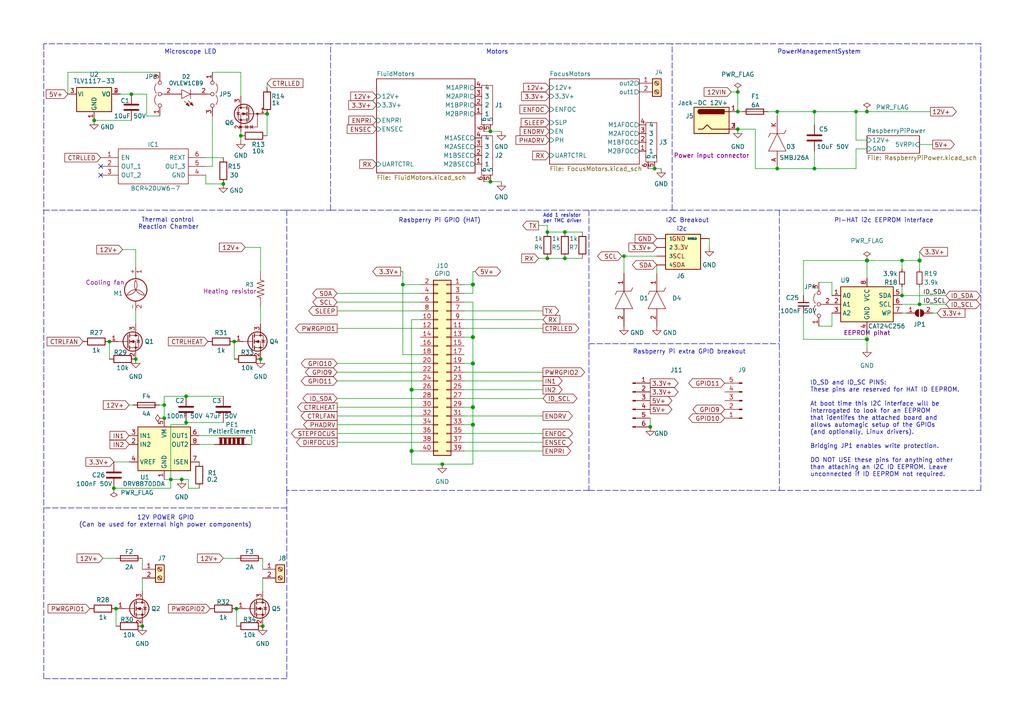
<source format=kicad_sch>
(kicad_sch (version 20211123) (generator eeschema)
  (paper "A4")
  (title_block (title "Rastaban-HAT") (date "2022-12-07") (rev "1.5") (company "HAN") (comment 1 "Casper R. Tak"))
  (junction (at 225.425 48.895))
  (junction (at 68.58 176.53))
  (junction (at 213.995 32.385))
  (junction (at 225.425 32.385))
  (junction (at 77.47 33.02))
  (junction (at 33.655 176.53))
  (junction (at 47.625 121.285))
  (junction (at 47.625 117.475))
  (junction (at 142.24 38.1))
  (junction (at 248.285 32.385))
  (junction (at 119.38 130.81) (diameter 1.016))
  (junction (at 236.22 32.385))
  (junction (at 67.945 99.06))
  (junction (at 116.84 82.55))
  (junction (at 266.7 75.565) (diameter 1.016))
  (junction (at 158.75 74.93))
  (junction (at 266.7 88.265))
  (junction (at 163.83 74.93))
  (junction (at 189.865 48.895))
  (junction (at 27.305 34.925))
  (junction (at 76.2 181.61))
  (junction (at 261.62 75.565))
  (junction (at 41.275 181.61))
  (junction (at 188.595 123.825))
  (junction (at 75.565 104.14))
  (junction (at 261.62 85.725))
  (junction (at 213.995 26.67))
  (junction (at 180.975 74.295))
  (junction (at 39.37 104.14))
  (junction (at 137.16 118.11) (diameter 1.016))
  (junction (at 128.27 134.62))
  (junction (at 38.1 27.305))
  (junction (at 53.975 122.555))
  (junction (at 251.46 75.565) (diameter 1.016))
  (junction (at 142.24 52.705))
  (junction (at 31.75 99.06))
  (junction (at 49.53 139.065))
  (junction (at 163.83 67.31))
  (junction (at 64.77 53.34))
  (junction (at 33.02 141.605))
  (junction (at 52.705 139.065))
  (junction (at 251.46 32.385))
  (junction (at 137.16 123.19) (diameter 1.016))
  (junction (at 137.16 97.79) (diameter 1.016))
  (junction (at 69.85 39.37))
  (junction (at 137.16 82.55) (diameter 1.016))
  (junction (at 119.38 113.03) (diameter 1.016))
  (junction (at 53.975 114.935))
  (junction (at 158.75 67.31))
  (junction (at 236.22 48.895))
  (junction (at 251.46 98.425) (diameter 1.016))
  (junction (at 213.995 37.465))
  (junction (at 137.16 105.41) (diameter 1.016))
  (no_connect (at 29.21 50.8))
  (no_connect (at 29.21 48.26))
  (wire (pts (xy 119.38 130.81) (xy 121.92 130.81)))
  (wire (pts (xy 39.37 72.39) (xy 39.37 77.47)))
  (wire (pts (xy 233.045 98.425) (xy 251.46 98.425)))
  (wire (pts (xy 59.69 50.8) (xy 59.69 53.34)))
  (wire (pts (xy 121.92 95.25) (xy 97.79 95.25)))
  (wire (pts (xy 137.16 87.63) (xy 137.16 97.79)))
  (wire (pts (xy 266.7 88.265) (xy 274.32 88.265)))
  (wire (pts (xy 73.025 126.365) (xy 57.785 126.365)))
  (wire (pts (xy 266.7 41.91) (xy 270.51 41.91)))
  (wire (pts (xy 137.16 123.19) (xy 137.16 134.62)))
  (wire (pts (xy 137.16 97.79) (xy 134.62 97.79)))
  (wire (pts (xy 213.995 37.465) (xy 219.075 37.465)))
  (wire (pts (xy 53.975 123.19) (xy 49.53 123.19)))
  (wire (pts (xy 47.625 114.935) (xy 53.975 114.935)))
  (polyline (pts (xy 95.885 60.96) (xy 194.945 60.96)))
  (wire (pts (xy 187.96 48.895) (xy 189.865 48.895)))
  (wire (pts (xy 128.27 134.62) (xy 137.16 134.62)))
  (polyline (pts (xy 170.815 142.24) (xy 226.06 142.24)))
  (wire (pts (xy 29.845 161.925) (xy 33.655 161.925)))
  (wire (pts (xy 261.62 75.565) (xy 261.62 78.105)))
  (wire (pts (xy 137.16 78.74) (xy 137.16 82.55)))
  (wire (pts (xy 261.62 88.265) (xy 266.7 88.265)))
  (wire (pts (xy 156.21 65.405) (xy 158.75 65.405)))
  (wire (pts (xy 248.285 32.385) (xy 251.46 32.385)))
  (wire (pts (xy 57.785 128.905) (xy 62.23 128.905)))
  (wire (pts (xy 97.79 107.95) (xy 121.92 107.95)))
  (wire (pts (xy 77.47 33.02) (xy 77.47 39.37)))
  (wire (pts (xy 237.49 81.915) (xy 241.3 81.915)))
  (wire (pts (xy 61.595 33.655) (xy 61.595 48.26)))
  (wire (pts (xy 156.21 74.93) (xy 158.75 74.93)))
  (wire (pts (xy 140.335 38.1) (xy 142.24 38.1)))
  (wire (pts (xy 121.92 105.41) (xy 97.79 105.41)))
  (wire (pts (xy 189.865 48.895) (xy 191.77 48.895)))
  (wire (pts (xy 121.92 123.19) (xy 97.79 123.19)))
  (polyline (pts (xy 226.06 142.24) (xy 284.48 142.24)))
  (wire (pts (xy 137.16 123.19) (xy 134.62 123.19)))
  (wire (pts (xy 77.47 24.13) (xy 77.47 25.4)))
  (wire (pts (xy 19.685 20.955) (xy 19.685 27.305)))
  (wire (pts (xy 137.16 118.11) (xy 134.62 118.11)))
  (wire (pts (xy 72.39 128.905) (xy 73.025 128.905)))
  (wire (pts (xy 251.46 75.565) (xy 251.46 80.645)))
  (wire (pts (xy 75.565 88.9) (xy 75.565 93.98)))
  (wire (pts (xy 134.62 107.95) (xy 157.48 107.95)))
  (wire (pts (xy 97.79 128.27) (xy 121.92 128.27)))
  (wire (pts (xy 163.83 74.93) (xy 168.91 74.93)))
  (wire (pts (xy 116.84 82.55) (xy 121.92 82.55)))
  (wire (pts (xy 137.16 105.41) (xy 137.16 118.11)))
  (polyline (pts (xy 83.185 142.24) (xy 83.185 196.85)))
  (polyline (pts (xy 194.945 60.96) (xy 284.48 60.96)))
  (wire (pts (xy 188.595 121.285) (xy 188.595 123.825)))
  (wire (pts (xy 137.16 82.55) (xy 134.62 82.55)))
  (wire (pts (xy 137.16 87.63) (xy 134.62 87.63)))
  (wire (pts (xy 46.228 117.475) (xy 47.625 117.475)))
  (polyline (pts (xy 95.885 60.96) (xy 95.885 12.7)))
  (wire (pts (xy 52.705 139.065) (xy 49.53 139.065)))
  (wire (pts (xy 241.3 90.805) (xy 241.3 94.615)))
  (wire (pts (xy 97.79 118.11) (xy 121.92 118.11)))
  (wire (pts (xy 190.5 76.835) (xy 190.5 79.375)))
  (wire (pts (xy 97.79 125.73) (xy 121.92 125.73)))
  (polyline (pts (xy 83.185 60.96) (xy 95.885 60.96)))
  (wire (pts (xy 251.46 98.425) (xy 251.46 100.965)))
  (wire (pts (xy 134.62 120.65) (xy 157.48 120.65)))
  (wire (pts (xy 52.705 139.065) (xy 54.61 139.065)))
  (wire (pts (xy 97.79 110.49) (xy 121.92 110.49)))
  (wire (pts (xy 137.16 118.11) (xy 137.16 123.19)))
  (polyline (pts (xy 170.815 72.39) (xy 170.815 99.695)))
  (wire (pts (xy 137.16 78.74) (xy 137.795 78.74)))
  (wire (pts (xy 248.285 43.18) (xy 251.46 43.18)))
  (polyline (pts (xy 226.06 60.96) (xy 226.06 72.39)))
  (wire (pts (xy 54.61 141.605) (xy 57.785 141.605)))
  (polyline (pts (xy 170.815 99.695) (xy 226.06 99.695)))
  (wire (pts (xy 251.46 95.885) (xy 251.46 98.425)))
  (wire (pts (xy 134.62 125.73) (xy 157.48 125.73)))
  (wire (pts (xy 163.83 67.31) (xy 168.91 67.31)))
  (polyline (pts (xy 170.815 60.96) (xy 170.815 72.39)))
  (wire (pts (xy 180.34 74.295) (xy 180.975 74.295)))
  (wire (pts (xy 134.62 90.17) (xy 157.48 90.17)))
  (wire (pts (xy 119.38 92.71) (xy 119.38 113.03)))
  (wire (pts (xy 180.975 74.295) (xy 180.975 79.375)))
  (wire (pts (xy 236.22 43.815) (xy 236.22 48.895)))
  (wire (pts (xy 116.84 78.74) (xy 116.84 82.55)))
  (wire (pts (xy 71.12 71.755) (xy 75.565 71.755)))
  (wire (pts (xy 69.85 38.1) (xy 69.85 39.37)))
  (wire (pts (xy 236.22 32.385) (xy 248.285 32.385)))
  (wire (pts (xy 241.3 81.915) (xy 241.3 85.725)))
  (wire (pts (xy 49.53 141.605) (xy 49.53 139.065)))
  (wire (pts (xy 47.625 139.065) (xy 49.53 139.065)))
  (wire (pts (xy 37.465 117.475) (xy 38.608 117.475)))
  (wire (pts (xy 266.7 73.025) (xy 266.7 75.565)))
  (wire (pts (xy 134.62 115.57) (xy 157.48 115.57)))
  (wire (pts (xy 97.79 90.17) (xy 121.92 90.17)))
  (wire (pts (xy 261.62 90.805) (xy 262.89 90.805)))
  (polyline (pts (xy 170.815 142.24) (xy 83.185 142.24)))
  (wire (pts (xy 116.84 82.55) (xy 116.84 102.87)))
  (wire (pts (xy 49.53 123.19) (xy 49.53 139.065)))
  (polyline (pts (xy 83.185 196.85) (xy 12.7 196.85)))
  (wire (pts (xy 121.92 115.57) (xy 97.79 115.57)))
  (wire (pts (xy 140.335 52.705) (xy 142.24 52.705)))
  (wire (pts (xy 236.22 36.195) (xy 236.22 32.385)))
  (wire (pts (xy 119.38 130.81) (xy 119.38 134.62)))
  (polyline (pts (xy 83.185 60.96) (xy 83.185 142.24)))
  (wire (pts (xy 213.995 32.385) (xy 213.995 26.67)))
  (wire (pts (xy 46.355 33.655) (xy 42.545 33.655)))
  (wire (pts (xy 158.75 74.93) (xy 163.83 74.93)))
  (wire (pts (xy 225.425 32.385) (xy 236.22 32.385)))
  (wire (pts (xy 121.92 85.09) (xy 97.79 85.09)))
  (wire (pts (xy 59.69 53.34) (xy 64.77 53.34)))
  (wire (pts (xy 134.62 113.03) (xy 157.48 113.03)))
  (polyline (pts (xy 82.55 60.96) (xy 82.55 60.96)))
  (wire (pts (xy 158.75 65.405) (xy 158.75 67.31)))
  (wire (pts (xy 261.62 83.185) (xy 261.62 85.725)))
  (wire (pts (xy 53.975 114.935) (xy 64.77 114.935)))
  (polyline (pts (xy 194.945 12.7) (xy 95.885 12.7)))
  (wire (pts (xy 119.38 92.71) (xy 121.92 92.71)))
  (wire (pts (xy 251.46 40.64) (xy 248.285 40.64)))
  (wire (pts (xy 47.625 117.475) (xy 47.625 121.285)))
  (wire (pts (xy 39.37 90.17) (xy 39.37 93.98)))
  (polyline (pts (xy 170.815 99.695) (xy 170.815 142.24)))
  (wire (pts (xy 33.02 141.605) (xy 49.53 141.605)))
  (wire (pts (xy 116.84 102.87) (xy 121.92 102.87)))
  (wire (pts (xy 31.75 99.06) (xy 31.75 104.14)))
  (wire (pts (xy 142.24 38.1) (xy 145.415 38.1)))
  (wire (pts (xy 27.305 34.925) (xy 38.1 34.925)))
  (wire (pts (xy 73.025 128.905) (xy 73.025 126.365)))
  (wire (pts (xy 116.205 78.74) (xy 116.84 78.74)))
  (wire (pts (xy 134.62 128.27) (xy 157.48 128.27)))
  (wire (pts (xy 142.24 52.705) (xy 145.415 52.705)))
  (wire (pts (xy 34.925 27.305) (xy 38.1 27.305)))
  (wire (pts (xy 205.74 69.215) (xy 205.74 71.755)))
  (wire (pts (xy 59.69 45.72) (xy 64.77 45.72)))
  (wire (pts (xy 64.77 161.925) (xy 68.58 161.925)))
  (wire (pts (xy 53.975 122.555) (xy 64.77 122.555)))
  (wire (pts (xy 59.69 48.26) (xy 61.595 48.26)))
  (wire (pts (xy 41.275 167.64) (xy 41.275 171.45)))
  (polyline (pts (xy 95.885 12.7) (xy 12.7 12.7)))
  (wire (pts (xy 137.16 82.55) (xy 137.16 85.09)))
  (wire (pts (xy 47.625 117.475) (xy 47.625 114.935)))
  (wire (pts (xy 33.655 176.53) (xy 33.655 181.61)))
  (wire (pts (xy 97.79 120.65) (xy 121.92 120.65)))
  (wire (pts (xy 270.51 90.805) (xy 271.78 90.805)))
  (wire (pts (xy 134.62 95.25) (xy 157.48 95.25)))
  (polyline (pts (xy 284.48 12.7) (xy 194.945 12.7)))
  (wire (pts (xy 225.425 32.385) (xy 225.425 33.655)))
  (wire (pts (xy 33.02 133.985) (xy 37.465 133.985)))
  (wire (pts (xy 67.945 99.06) (xy 67.945 104.14)))
  (wire (pts (xy 41.275 161.925) (xy 41.275 165.1)))
  (wire (pts (xy 53.975 122.555) (xy 53.975 123.19)))
  (wire (pts (xy 233.045 90.805) (xy 233.045 98.425)))
  (wire (pts (xy 213.995 32.385) (xy 215.138 32.385)))
  (wire (pts (xy 134.62 92.71) (xy 157.48 92.71)))
  (wire (pts (xy 61.595 20.955) (xy 69.85 20.955)))
  (wire (pts (xy 158.75 67.31) (xy 163.83 67.31)))
  (wire (pts (xy 219.075 37.465) (xy 219.075 48.895)))
  (wire (pts (xy 97.79 87.63) (xy 121.92 87.63)))
  (wire (pts (xy 266.7 78.105) (xy 266.7 75.565)))
  (wire (pts (xy 76.2 161.925) (xy 76.2 165.1)))
  (wire (pts (xy 261.62 75.565) (xy 266.7 75.565)))
  (wire (pts (xy 248.285 32.385) (xy 248.285 40.64)))
  (wire (pts (xy 119.38 113.03) (xy 121.92 113.03)))
  (wire (pts (xy 134.62 110.49) (xy 157.48 110.49)))
  (wire (pts (xy 76.2 167.64) (xy 76.2 171.45)))
  (polyline (pts (xy 194.945 60.96) (xy 194.945 12.7)))
  (polyline (pts (xy 12.7 142.24) (xy 12.7 60.96)))
  (wire (pts (xy 134.62 130.81) (xy 157.48 130.81)))
  (polyline (pts (xy 284.48 142.24) (xy 284.48 60.96)))
  (wire (pts (xy 69.85 20.955) (xy 69.85 27.94)))
  (wire (pts (xy 233.045 75.565) (xy 251.46 75.565)))
  (wire (pts (xy 137.16 105.41) (xy 134.62 105.41)))
  (wire (pts (xy 119.38 134.62) (xy 128.27 134.62)))
  (wire (pts (xy 251.46 32.385) (xy 269.875 32.385)))
  (wire (pts (xy 68.58 176.53) (xy 68.58 181.61)))
  (wire (pts (xy 213.995 26.67) (xy 212.09 26.67)))
  (wire (pts (xy 219.075 48.895) (xy 225.425 48.895)))
  (wire (pts (xy 137.16 97.79) (xy 137.16 105.41)))
  (wire (pts (xy 233.045 75.565) (xy 233.045 85.725)))
  (wire (pts (xy 236.22 48.895) (xy 248.285 48.895)))
  (polyline (pts (xy 12.7 12.7) (xy 12.7 60.96)))
  (polyline (pts (xy 284.48 60.96) (xy 284.48 12.7)))
  (wire (pts (xy 119.38 113.03) (xy 119.38 130.81)))
  (wire (pts (xy 241.3 94.615) (xy 237.49 94.615)))
  (wire (pts (xy 69.85 39.37) (xy 69.85 40.64)))
  (wire (pts (xy 266.7 83.185) (xy 266.7 88.265)))
  (wire (pts (xy 248.285 43.18) (xy 248.285 48.895)))
  (wire (pts (xy 75.565 71.755) (xy 75.565 78.74)))
  (wire (pts (xy 261.62 85.725) (xy 274.32 85.725)))
  (wire (pts (xy 42.545 33.655) (xy 42.545 27.305)))
  (polyline (pts (xy 226.06 72.39) (xy 226.06 142.24)))
  (polyline (pts (xy 83.185 147.32) (xy 12.7 147.32)))
  (wire (pts (xy 137.16 85.09) (xy 134.62 85.09)))
  (polyline (pts (xy 12.7 196.85) (xy 12.7 142.24)))
  (wire (pts (xy 180.975 74.295) (xy 190.5 74.295)))
  (wire (pts (xy 54.61 139.065) (xy 54.61 141.605)))
  (wire (pts (xy 225.425 48.895) (xy 236.22 48.895)))
  (wire (pts (xy 35.56 72.39) (xy 39.37 72.39)))
  (wire (pts (xy 222.758 32.385) (xy 225.425 32.385)))
  (wire (pts (xy 38.1 27.305) (xy 42.545 27.305)))
  (polyline (pts (xy 12.7 60.96) (xy 83.185 60.96)))
  (wire (pts (xy 251.46 75.565) (xy 261.62 75.565)))
  (wire (pts (xy 46.355 20.955) (xy 19.685 20.955)))
  (text "ID_SD and ID_SC PINS:\nThese pins are reserved for HAT ID EEPROM.\n\nAt boot time this I2C interface will be\ninterrogated to look for an EEPROM\nthat identifes the attached board and\nallows automagic setup of the GPIOs\n(and optionally, Linux drivers).\n\nBridging JP1 enables write protection.\n\nDO NOT USE these pins for anything other\nthan attaching an I2C ID EEPROM. Leave\nunconnected if ID EEPROM not required." (at 234.95 138.43 0) (effects (font (size 1.27 1.27)) (justify left bottom)))
  (text "Add 1 resistor \nper TMC driver" (at 157.48 64.77 0) (effects (font (size 1 1)) (justify left bottom)))
  (text "I2C Breakout\n" (at 193.04 64.77 0) (effects (font (size 1.27 1.27)) (justify left bottom)))
  (text "Microscope LED" (at 47.625 15.875 0) (effects (font (size 1.27 1.27)) (justify left bottom)))
  (text "Rasbperry Pi extra GPIO breakout\n" (at 183.515 102.87 0) (effects (font (size 1.27 1.27)) (justify left bottom)))
  (text "Motors" (at 140.97 15.875 0) (effects (font (size 1.27 1.27)) (justify left bottom)))
  (text " Thermal control\nReaction Chamber" (at 40.005 66.675 0) (effects (font (size 1.27 1.27)) (justify left bottom)))
  (text "			  12V POWER GPIO\n(Can be used for external high power components)" (at 22.86 153.035 0) (effects (font (size 1.27 1.27)) (justify left bottom)))
  (text "i2c" (at 196.215 67.31 0) (effects (font (size 1.27 1.27)) (justify left bottom)))
  (text "Rasbperry Pi GPIO (HAT)\n" (at 115.57 64.77 0) (effects (font (size 1.27 1.27)) (justify left bottom)))
  (text "PI-HAT i2c EEPROM interface" (at 241.935 64.77 0) (effects (font (size 1.27 1.27)) (justify left bottom)))
  (text "PowerManagementSystem" (at 225.425 15.875 0) (effects (font (size 1.27 1.27)) (justify left bottom)))
  (label "ID_SDA" (at 274.32 85.725 180))
  (label "ID_SCL" (at 274.32 88.265 180))
  (global_label "SLEEP" (shape output) (at 97.79 90.17 180) (property "Intersheet References" "${INTERSHEET_REFS}" (effects hide)))
  (global_label "IN1" (shape output) (at 157.48 110.49 0) (property "Intersheet References" "${INTERSHEET_REFS}" (effects hide)))
  (global_label "GPIO9" (shape bidirectional) (at 210.185 118.745 180) (property "Intersheet References" "${INTERSHEET_REFS}" (effects hide)))
  (global_label "GND" (shape input) (at 190.5 69.215 180) (property "Intersheet References" "${INTERSHEET_REFS}" (effects hide)))
  (global_label "ENDRV" (shape input) (at 159.385 38.1 180) (property "Intersheet References" "${INTERSHEET_REFS}" (effects hide)))
  (global_label "IN2" (shape output) (at 157.48 113.03 0) (property "Intersheet References" "${INTERSHEET_REFS}" (effects hide)))
  (global_label "3.3V+" (shape input) (at 109.22 30.48 180) (property "Intersheet References" "${INTERSHEET_REFS}" (effects hide)))
  (global_label "SDA" (shape bidirectional) (at 190.5 76.835 180) (property "Intersheet References" "${INTERSHEET_REFS}" (effects hide)))
  (global_label "PHADRV" (shape output) (at 97.79 123.19 180) (property "Intersheet References" "${INTERSHEET_REFS}" (effects hide)))
  (global_label "5V+" (shape output) (at 188.595 116.205 0) (property "Intersheet References" "${INTERSHEET_REFS}" (effects hide)))
  (global_label "3.3V+" (shape input) (at 266.7 73.025 0) (property "Intersheet References" "${INTERSHEET_REFS}" (effects hide)))
  (global_label "3.3V+" (shape output) (at 188.595 111.125 0) (property "Intersheet References" "${INTERSHEET_REFS}" (effects hide)))
  (global_label "ID_SDA" (shape bidirectional) (at 274.32 85.725 0) (property "Intersheet References" "${INTERSHEET_REFS}" (effects hide)))
  (global_label "12V+" (shape input) (at 35.56 72.39 180) (property "Intersheet References" "${INTERSHEET_REFS}" (effects hide)))
  (global_label "IN1" (shape input) (at 37.465 126.365 180) (property "Intersheet References" "${INTERSHEET_REFS}" (effects hide)))
  (global_label "GPIO11" (shape bidirectional) (at 210.185 111.125 180) (property "Intersheet References" "${INTERSHEET_REFS}" (effects hide)))
  (global_label "12V+" (shape input) (at 159.385 25.4 180) (property "Intersheet References" "${INTERSHEET_REFS}" (effects hide)))
  (global_label "3.3V+" (shape output) (at 188.595 113.665 0) (property "Intersheet References" "${INTERSHEET_REFS}" (effects hide)))
  (global_label "5V+" (shape bidirectional) (at 137.795 78.74 0) (property "Intersheet References" "${INTERSHEET_REFS}" (effects hide)))
  (global_label "CTRLLED" (shape input) (at 77.47 24.13 0) (property "Intersheet References" "${INTERSHEET_REFS}" (effects hide)))
  (global_label "3.3V+" (shape input) (at 33.02 133.985 180) (property "Intersheet References" "${INTERSHEET_REFS}" (effects hide)))
  (global_label "IN2" (shape input) (at 37.465 128.905 180) (property "Intersheet References" "${INTERSHEET_REFS}" (effects hide)))
  (global_label "SCL" (shape bidirectional) (at 180.34 74.295 180) (property "Intersheet References" "${INTERSHEET_REFS}" (effects hide)))
  (global_label "ENPRI" (shape output) (at 157.48 130.81 0) (property "Intersheet References" "${INTERSHEET_REFS}" (effects hide)))
  (global_label "3.3V+" (shape output) (at 116.205 78.74 180) (property "Intersheet References" "${INTERSHEET_REFS}" (effects hide)))
  (global_label "5V+" (shape output) (at 270.51 41.91 0) (property "Intersheet References" "${INTERSHEET_REFS}" (effects hide)))
  (global_label "ENSEC" (shape input) (at 109.22 37.465 180) (property "Intersheet References" "${INTERSHEET_REFS}" (effects hide)))
  (global_label "5V+" (shape output) (at 188.595 118.745 0) (property "Intersheet References" "${INTERSHEET_REFS}" (effects hide)))
  (global_label "PWRGPIO1" (shape input) (at 26.035 176.53 180) (property "Intersheet References" "${INTERSHEET_REFS}" (effects hide)))
  (global_label "GPIO10" (shape bidirectional) (at 210.185 121.285 180) (property "Intersheet References" "${INTERSHEET_REFS}" (effects hide)))
  (global_label "3.3V+" (shape input) (at 159.385 27.94 180) (property "Intersheet References" "${INTERSHEET_REFS}" (effects hide)))
  (global_label "PWRGPIO2" (shape input) (at 60.96 176.53 180) (property "Intersheet References" "${INTERSHEET_REFS}" (effects hide)))
  (global_label "RX" (shape input) (at 157.48 92.71 0) (property "Intersheet References" "${INTERSHEET_REFS}" (effects hide)))
  (global_label "SDA" (shape bidirectional) (at 97.79 85.09 180) (property "Intersheet References" "${INTERSHEET_REFS}" (effects hide)))
  (global_label "ENFOC" (shape input) (at 159.385 31.75 180) (property "Intersheet References" "${INTERSHEET_REFS}" (effects hide)))
  (global_label "12V+" (shape input) (at 71.12 71.755 180) (property "Intersheet References" "${INTERSHEET_REFS}" (effects hide)))
  (global_label "ENPRI" (shape input) (at 109.22 34.925 180) (property "Intersheet References" "${INTERSHEET_REFS}" (effects hide)))
  (global_label "3.3V+" (shape input) (at 190.5 71.755 180) (property "Intersheet References" "${INTERSHEET_REFS}" (effects hide)))
  (global_label "12V+" (shape input) (at 29.845 161.925 180) (property "Intersheet References" "${INTERSHEET_REFS}" (effects hide)))
  (global_label "RX" (shape input) (at 109.22 47.625 180) (property "Intersheet References" "${INTERSHEET_REFS}" (effects hide)))
  (global_label "PHADRV" (shape input) (at 159.385 40.64 180) (property "Intersheet References" "${INTERSHEET_REFS}" (effects hide)))
  (global_label "ENSEC" (shape output) (at 157.48 128.27 0) (property "Intersheet References" "${INTERSHEET_REFS}" (effects hide)))
  (global_label "CTRLLED" (shape output) (at 157.48 95.25 0) (property "Intersheet References" "${INTERSHEET_REFS}" (effects hide)))
  (global_label "CTRLFAN" (shape input) (at 24.13 99.06 180) (property "Intersheet References" "${INTERSHEET_REFS}" (effects hide)))
  (global_label "5V+" (shape input) (at 19.685 27.305 180) (property "Intersheet References" "${INTERSHEET_REFS}" (effects hide)))
  (global_label "3.3V+" (shape input) (at 271.78 90.805 0) (property "Intersheet References" "${INTERSHEET_REFS}" (effects hide)))
  (global_label "ID_SCL" (shape bidirectional) (at 274.32 88.265 0) (property "Intersheet References" "${INTERSHEET_REFS}" (effects hide)))
  (global_label "12V+" (shape input) (at 64.77 161.925 180) (property "Intersheet References" "${INTERSHEET_REFS}" (effects hide)))
  (global_label "TX" (shape output) (at 157.48 90.17 0) (property "Intersheet References" "${INTERSHEET_REFS}" (effects hide)))
  (global_label "GPIO10" (shape bidirectional) (at 97.79 105.41 180) (property "Intersheet References" "${INTERSHEET_REFS}" (effects hide)))
  (global_label "SLEEP" (shape input) (at 159.385 35.56 180) (property "Intersheet References" "${INTERSHEET_REFS}" (effects hide)))
  (global_label "TX" (shape output) (at 156.21 65.405 180) (property "Intersheet References" "${INTERSHEET_REFS}" (effects hide)))
  (global_label "PWRGPIO2" (shape output) (at 157.48 107.95 0) (property "Intersheet References" "${INTERSHEET_REFS}" (effects hide)))
  (global_label "RX" (shape input) (at 159.385 45.085 180) (property "Intersheet References" "${INTERSHEET_REFS}" (effects hide)))
  (global_label "12V+" (shape output) (at 269.875 32.385 0) (property "Intersheet References" "${INTERSHEET_REFS}" (effects hide)))
  (global_label "ENFOC" (shape output) (at 157.48 125.73 0) (property "Intersheet References" "${INTERSHEET_REFS}" (effects hide)))
  (global_label "DIRFOCUS" (shape output) (at 97.79 128.27 180) (property "Intersheet References" "${INTERSHEET_REFS}" (effects hide)))
  (global_label "GPIO9" (shape bidirectional) (at 97.79 107.95 180) (property "Intersheet References" "${INTERSHEET_REFS}" (effects hide)))
  (global_label "CTRLHEAT" (shape output) (at 97.79 118.11 180) (property "Intersheet References" "${INTERSHEET_REFS}" (effects hide)))
  (global_label "ID_SCL" (shape bidirectional) (at 157.48 115.57 0) (property "Intersheet References" "${INTERSHEET_REFS}" (effects hide)))
  (global_label "12VIN" (shape input) (at 212.09 26.67 180) (property "Intersheet References" "${INTERSHEET_REFS}" (effects hide)))
  (global_label "CTRLFAN" (shape output) (at 97.79 120.65 180) (property "Intersheet References" "${INTERSHEET_REFS}" (effects hide)))
  (global_label "ID_SDA" (shape bidirectional) (at 97.79 115.57 180) (property "Intersheet References" "${INTERSHEET_REFS}" (effects hide)))
  (global_label "12V+" (shape input) (at 37.465 117.475 180) (property "Intersheet References" "${INTERSHEET_REFS}" (effects hide)))
  (global_label "RX" (shape input) (at 156.21 74.93 180) (property "Intersheet References" "${INTERSHEET_REFS}" (effects hide)))
  (global_label "GPIO11" (shape bidirectional) (at 97.79 110.49 180) (property "Intersheet References" "${INTERSHEET_REFS}" (effects hide)))
  (global_label "PWRGPIO1" (shape output) (at 97.79 95.25 180) (property "Intersheet References" "${INTERSHEET_REFS}" (effects hide)))
  (global_label "SCL" (shape bidirectional) (at 97.79 87.63 180) (property "Intersheet References" "${INTERSHEET_REFS}" (effects hide)))
  (global_label "CTRLLED" (shape input) (at 29.21 45.72 180) (property "Intersheet References" "${INTERSHEET_REFS}" (effects hide)))
  (global_label "STEPFOCUS" (shape output) (at 97.79 125.73 180) (property "Intersheet References" "${INTERSHEET_REFS}" (effects hide)))
  (global_label "CTRLHEAT" (shape input) (at 60.325 99.06 180) (property "Intersheet References" "${INTERSHEET_REFS}" (effects hide)))
  (global_label "ENDRV" (shape output) (at 157.48 120.65 0) (property "Intersheet References" "${INTERSHEET_REFS}" (effects hide)))
  (global_label "12V+" (shape input) (at 109.22 27.94 180) (property "Intersheet References" "${INTERSHEET_REFS}" (effects hide)))
  (symbol (lib_id "Connector:Screw_Terminal_01x02") (at 46.355 165.1 0) (unit 1)
    (property "Reference" "J7" (at 45.72 161.925 0) (effects (justify left)))
    (property "Value" "Screw_Terminal_01x02" (effects hide))
    (property "Footprint" "SamacSys_Parts:1808190" (effects hide))
    (property "Datasheet" "https://www.phoenixcontact.com/en-us/products/pcb-header-ptsm-05-2-hh0-25-smd-r32-1808190?type=pdf" (effects hide))
    (property "Purpose" "Terminal" (effects hide))
    (property "Mouser" "651-1808190" (effects hide))
  )
  (symbol (lib_id "Device:C") (at 64.77 118.745 180) (unit 1)
    (property "Reference" "C3" (at 62.865 116.205 0))
    (property "Value" "47uF 50V" (at 64.135 120.65 0))
    (property "Footprint" "Capacitor_SMD:CP_Elec_6.3x5.4" (effects hide))
    (property "Manufacturer_Part_Number" "C2918513" (effects hide))
    (property "LCSC" "C72522" (effects hide))
    (property "Purpose" "decoupling" (effects hide))
  )
  (symbol (lib_id "power:GND") (at 39.37 104.14 0) (unit 1)
    (property "Reference" "#PWR03" (effects hide))
    (property "Value" "GND" (at 39.37 109.22 0))
  )
  (symbol (lib_id "power:PWR_FLAG") (at 47.625 121.285 90) (unit 1)
    (property "Reference" "#FLG0107" (effects hide))
    (property "Value" "PWR_FLAG" (effects hide))
  )
  (symbol (lib_id "Device:Fuse") (at 37.465 161.925 90) (unit 1)
    (property "Reference" "F2" (at 37.465 160.02 90))
    (property "Value" "2A" (at 37.465 164.465 90))
    (property "Footprint" "Fuse:Fuse_1206_3216Metric_Pad1.42x1.75mm_HandSolder" (effects hide))
    (property "LCSC" "C355689" (effects hide))
  )
  (symbol (lib_id "Device:R") (at 77.47 29.21 180) (unit 1)
    (property "Reference" "R14" (at 80.645 27.94 0))
    (property "Value" "1k" (at 80.01 29.845 0))
    (property "Footprint" "Resistor_SMD:R_0805_2012Metric_Pad1.20x1.40mm_HandSolder" (effects hide))
    (property "Purpose" "to prevent current surge (ESD)" (effects hide))
    (property "LCSC" "C17414" (effects hide))
  )
  (symbol (lib_id "power:PWR_FLAG") (at 251.46 75.565 0) (unit 1)
    (property "Reference" "#FLG0104" (effects hide))
    (property "Value" "PWR_FLAG" (at 251.46 69.85 0))
  )
  (symbol (lib_id "Device:R") (at 163.83 71.12 180) (unit 1)
    (property "Reference" "R5" (at 161.29 71.755 0))
    (property "Value" "1k" (at 161.29 69.215 0))
    (property "Footprint" "Resistor_SMD:R_0805_2012Metric_Pad1.20x1.40mm_HandSolder" (effects hide))
    (property "Purpose" "to prevent current surge (ESD)" (effects hide))
    (property "LCSC" "C17414" (effects hide))
  )
  (symbol (lib_id "Connector:Conn_01x05_Male") (at 215.265 116.205 180) (unit 1)
    (property "Reference" "J9" (at 213.995 107.315 0) (effects (justify right)))
    (property "Value" "Conn_01x05_Male" (effects hide))
    (property "Footprint" "Connector_PinHeader_2.54mm:PinHeader_1x05_P2.54mm_Vertical" (effects hide))
    (property "LCSC" "x" (effects hide))
    (property "Mouser" "x" (effects hide))
  )
  (symbol (lib_id "Connector:Screw_Terminal_01x02") (at 81.28 165.1 0) (unit 1)
    (property "Reference" "J8" (at 80.645 161.925 0) (effects (justify left)))
    (property "Value" "Screw_Terminal_01x02" (effects hide))
    (property "Footprint" "SamacSys_Parts:1808190" (effects hide))
    (property "Datasheet" "https://www.phoenixcontact.com/en-us/products/pcb-header-ptsm-05-2-hh0-25-smd-r32-1808190?type=pdf" (effects hide))
    (property "Purpose" "Terminal" (effects hide))
    (property "Mouser" "651-1808190" (effects hide))
  )
  (symbol (lib_id "Device:R") (at 168.91 71.12 180) (unit 1)
    (property "Reference" "R7" (at 166.37 71.755 0))
    (property "Value" "1k" (at 166.37 69.215 0))
    (property "Footprint" "Resistor_SMD:R_0805_2012Metric_Pad1.20x1.40mm_HandSolder" (effects hide))
    (property "Purpose" "to prevent current surge (ESD)" (effects hide))
    (property "LCSC" "C17414" (effects hide))
  )
  (symbol (lib_id "Device:R") (at 29.845 176.53 90) (unit 1)
    (property "Reference" "R28" (at 29.845 173.99 90))
    (property "Value" "1k" (at 29.845 179.07 90))
    (property "Footprint" "Resistor_SMD:R_0805_2012Metric_Pad1.20x1.40mm_HandSolder" (effects hide))
    (property "Purpose" "to prevent current surge (ESD)" (effects hide))
    (property "LCSC" "C17414" (effects hide))
  )
  (symbol (lib_id "power:GND") (at 41.275 181.61 0) (unit 1)
    (property "Reference" "#PWR04" (effects hide))
    (property "Value" "GND" (at 41.275 186.69 0))
  )
  (symbol (lib_id "Device:R") (at 64.135 99.06 90) (unit 1)
    (property "Reference" "R31" (at 64.135 96.52 90))
    (property "Value" "1k" (at 64.135 101.6 90))
    (property "Footprint" "Resistor_SMD:R_0805_2012Metric_Pad1.20x1.40mm_HandSolder" (effects hide))
    (property "Purpose" "to prevent current surge (ESD)" (effects hide))
    (property "LCSC" "C17414" (effects hide))
  )
  (symbol (lib_id "Transistor_FET:2N7002K") (at 73.66 176.53 0) (unit 1)
    (property "Reference" "Q5" (at 78.74 176.53 0) (effects (justify left)))
    (property "Value" "PMV15ENE" (effects hide))
    (property "Footprint" "Package_TO_SOT_SMD:SOT-23" (effects hide))
    (property "Datasheet" "https://nl.mouser.com/datasheet/2/916/PMV15ENE-2909821.pdf" (effects hide))
    (property "Mouser" "771-PMV15ENER" (effects hide))
  )
  (symbol (lib_name "1778780_1") (lib_id "SamacSys_Parts:1778780") (at 144.78 31.115 180) (unit 1)
    (property "Reference" "J1" (at 143.51 30.4799 0) (effects (justify right)))
    (property "Value" "1778780" (effects hide))
    (property "Footprint" "SamacSys_Parts:1778780" (effects hide))
    (property "Datasheet" "http://www.phoenixcontact.com/de/produkte/1778780/pdf" (effects hide))
    (property "Description" "PCB header, nominal cross section: 0.5 mm?, color: black, nominal current: 6 A, rated voltage (III/2): 160 V, contact surface: Tin, type of contact: Male connector, Number of potentials: 4, Number of rows: 1, Number of positions per row: 4, number of connections: 4, product range: PTSM 0,5/..-HH-SMD, pitch: 2.5 mm, mounting: SMD soldering, pin layout: Linear pad geometry, Stecksystem: COMBICON COMPACT PTSM, Locking: without, type of packaging: 32 mm wide tape, Article with anti-rotation pin" (effects hide))
    (property "Height" "5.1" (effects hide))
    (property "Mouser Part Number" "651-1778780" (effects hide))
    (property "Mouser Price/Stock" "https://www.mouser.co.uk/ProductDetail/Phoenix-Contact/1778780?qs=pYfYGt2amwkFYtacWTGMiw%3D%3D" (effects hide))
    (property "Manufacturer_Name" "Phoenix Contact" (effects hide))
    (property "Manufacturer_Part_Number" "1778780" (effects hide))
    (property "LCSC" "C5173835" (effects hide))
  )
  (symbol (lib_id "Motor:Fan") (at 39.37 85.09 0) (unit 1)
    (property "Reference" "M1" (at 34.29 85.09 0))
    (property "Value" "Fan" (effects hide))
    (property "Footprint" "SamacSys_Parts:1808190" (effects hide))
    (property "Datasheet" "https://www.phoenixcontact.com/en-us/products/pcb-header-ptsm-05-2-hh0-25-smd-r32-1808190?type=pdf" (effects hide))
    (property "Purpose" "Cooling fan" (at 30.48 81.915 0))
    (property "Mouser" "651-1808190" (effects hide))
  )
  (symbol (lib_id "Device:R") (at 64.77 176.53 90) (unit 1)
    (property "Reference" "R32" (at 64.77 174.625 90))
    (property "Value" "1k" (at 64.77 179.07 90))
    (property "Footprint" "Resistor_SMD:R_0805_2012Metric_Pad1.20x1.40mm_HandSolder" (effects hide))
    (property "Purpose" "to prevent current surge (ESD)" (effects hide))
    (property "LCSC" "C17414" (effects hide))
  )
  (symbol (lib_id "power:GND") (at 27.305 34.925 0) (unit 1)
    (property "Reference" "#PWR0106" (effects hide))
    (property "Value" "GND" (at 31.115 36.83 0))
  )
  (symbol (lib_id "power:PWR_FLAG") (at 251.46 32.385 0) (unit 1)
    (property "Reference" "#FLG0106" (effects hide))
    (property "Value" "PWR_FLAG" (at 254 31.1149 0) (effects (justify left)))
  )
  (symbol (lib_name "1778780_1") (lib_id "SamacSys_Parts:1778780") (at 144.78 45.72 180) (unit 1)
    (property "Reference" "J2" (at 143.51 45.0849 0) (effects (justify right)))
    (property "Value" "1778780" (effects hide))
    (property "Footprint" "SamacSys_Parts:1778780" (effects hide))
    (property "Datasheet" "http://www.phoenixcontact.com/de/produkte/1778780/pdf" (effects hide))
    (property "Description" "PCB header, nominal cross section: 0.5 mm?, color: black, nominal current: 6 A, rated voltage (III/2): 160 V, contact surface: Tin, type of contact: Male connector, Number of potentials: 4, Number of rows: 1, Number of positions per row: 4, number of connections: 4, product range: PTSM 0,5/..-HH-SMD, pitch: 2.5 mm, mounting: SMD soldering, pin layout: Linear pad geometry, Stecksystem: COMBICON COMPACT PTSM, Locking: without, type of packaging: 32 mm wide tape, Article with anti-rotation pin" (effects hide))
    (property "Height" "5.1" (effects hide))
    (property "Mouser Part Number" "651-1778780" (effects hide))
    (property "Mouser Price/Stock" "https://www.mouser.co.uk/ProductDetail/Phoenix-Contact/1778780?qs=pYfYGt2amwkFYtacWTGMiw%3D%3D" (effects hide))
    (property "Manufacturer_Name" "Phoenix Contact" (effects hide))
    (property "Manufacturer_Part_Number" "1778780" (effects hide))
    (property "LCSC" "C5173835" (effects hide))
  )
  (symbol (lib_id "Transistor_FET:DMG1012T") (at 72.39 33.02 0) (mirror y) (unit 1)
    (property "Reference" "Q6" (at 67.945 35.56 0) (effects (justify left)))
    (property "Value" "2N70002HWX" (effects hide))
    (property "Footprint" "Package_TO_SOT_SMD:SOT-323_SC-70_Handsoldering" (effects hide))
    (property "Datasheet" "https://nl.mouser.com/datasheet/2/916/2N7002HW-2909781.pdf" (effects hide))
    (property "Mouser" "771-2N7002HWX" (effects hide))
    (property "LCSC" "C3647053" (effects hide))
  )
  (symbol (lib_id "Device:R") (at 35.56 104.14 90) (unit 1)
    (property "Reference" "R29" (at 34.925 102.235 90))
    (property "Value" "10k" (at 35.56 106.68 90))
    (property "Footprint" "Resistor_SMD:R_0805_2012Metric_Pad1.20x1.40mm_HandSolder" (effects hide))
    (property "Purpose" "to prevent undefined state at boot" (effects hide))
    (property "LCSC" "C5140188" (effects hide))
  )
  (symbol (lib_id "SamacSys_Parts:ESD7351HT1G") (at 190.5 79.375 270) (unit 1)
    (property "Reference" "D4" (at 194.945 86.4869 90) (effects (justify left)))
    (property "Value" "ESD7351HT1G" (effects hide))
    (property "Footprint" "SamacSys_Parts:SOD2512X110N" (effects hide))
    (property "Datasheet" "https://componentsearchengine.com/Datasheets/1/ESD7351HT1G.pdf" (effects hide))
    (property "Description" "ESD Suppressors / TVS Diodes UNIDIRECTIONAL 3.3V ESD PR" (effects hide))
    (property "Height" "1.1" (effects hide))
    (property "Mouser Part Number" "863-ESD7351HT1G" (effects hide))
    (property "Mouser Price/Stock" "https://www.mouser.co.uk/ProductDetail/onsemi/ESD7351HT1G?qs=dbuNSGnowt39rUvUpno3Rw%3D%3D" (effects hide))
    (property "Manufacturer_Name" "onsemi" (effects hide))
    (property "Manufacturer_Part_Number" "ESD7351HT1G" (effects hide))
    (property "Purpose" "TVS diode" (effects hide))
  )
  (symbol (lib_id "Jumper:Jumper_3_Open") (at 46.355 27.305 90) (unit 1)
    (property "Reference" "JP3" (at 45.72 22.225 90) (effects (justify left)))
    (property "Value" "Jumper_3_Open" (effects hide))
    (property "Footprint" "Jumper:SolderJumper-3_P1.3mm_Open_Pad1.0x1.5mm_NumberLabels" (effects hide))
    (property "Purpose" "i2c value selector option" (effects hide))
    (property "LCSC" "x" (effects hide))
    (property "Mouser" "x" (effects hide))
  )
  (symbol (lib_id "Device:R") (at 73.66 39.37 270) (unit 1)
    (property "Reference" "R13" (at 74.93 41.91 90))
    (property "Value" "10k" (at 74.93 43.815 90))
    (property "Footprint" "Resistor_SMD:R_0805_2012Metric_Pad1.20x1.40mm_HandSolder" (effects hide))
    (property "Purpose" "to prevent undefined state at boot" (effects hide))
    (property "LCSC" "C5140188" (effects hide))
  )
  (symbol (lib_id "SamacSys_Parts:ESD7351HT1G") (at 180.975 79.375 270) (unit 1)
    (property "Reference" "D1" (at 185.42 86.4869 90) (effects (justify left)))
    (property "Value" "ESD7351HT1G" (effects hide))
    (property "Footprint" "SamacSys_Parts:SOD2512X110N" (effects hide))
    (property "Datasheet" "https://componentsearchengine.com/Datasheets/1/ESD7351HT1G.pdf" (effects hide))
    (property "Description" "ESD Suppressors / TVS Diodes UNIDIRECTIONAL 3.3V ESD PR" (effects hide))
    (property "Height" "1.1" (effects hide))
    (property "Mouser Part Number" "863-ESD7351HT1G" (effects hide))
    (property "Mouser Price/Stock" "https://www.mouser.co.uk/ProductDetail/onsemi/ESD7351HT1G?qs=dbuNSGnowt39rUvUpno3Rw%3D%3D" (effects hide))
    (property "Manufacturer_Name" "onsemi" (effects hide))
    (property "Manufacturer_Part_Number" "ESD7351HT1G" (effects hide))
    (property "Purpose" "TVS diode" (effects hide))
  )
  (symbol (lib_id "SamacSys_Parts:SMBJ26A") (at 225.425 33.655 270) (unit 1)
    (property "Reference" "D3" (at 227.965 42.545 90) (effects (justify left)))
    (property "Value" "SMBJ26A" (at 226.06 45.72 90) (effects (justify left)))
    (property "Footprint" "SamacSys_Parts:DIOM5436X261N" (effects hide))
    (property "Datasheet" "https://www.bourns.com/docs/product-datasheets/smbj.pdf?sfvrsn=34552159_17" (effects hide))
    (property "Mouser Part Number" "652-SMBJ26A" (effects hide))
    (property "LCSC" "C10216" (effects hide))
    (property "Purpose" "ESD" (effects hide))
  )
  (symbol (lib_id "Device:C_Small") (at 233.045 88.265 0) (unit 1)
    (property "Reference" "C25" (at 231.775 86.36 0) (effects (justify right)))
    (property "Value" "100nF 50V" (at 236.855 90.17 0) (effects (justify right)))
    (property "Footprint" "Capacitor_SMD:C_0805_2012Metric_Pad1.18x1.45mm_HandSolder" (effects hide))
    (property "LCSC" "C476766" (effects hide))
    (property "Purpose" "decoupling" (effects hide))
  )
  (symbol (lib_id "Device:C") (at 53.975 118.745 180) (unit 1)
    (property "Reference" "C2" (at 50.8 116.205 0) (effects (justify right)))
    (property "Value" "100nF 50V" (at 48.26 120.65 0) (effects (justify right)))
    (property "Footprint" "Capacitor_SMD:C_0805_2012Metric_Pad1.18x1.45mm_HandSolder" (effects hide))
    (property "LCSC" "C476766" (effects hide))
    (property "Purpose" "decoupling" (effects hide))
  )
  (symbol (lib_id "Device:C") (at 33.02 137.795 180) (unit 1)
    (property "Reference" "C26" (at 28.575 137.795 0))
    (property "Value" "100nF 50V" (at 27.305 140.335 0))
    (property "Footprint" "Capacitor_SMD:C_0805_2012Metric_Pad1.18x1.45mm_HandSolder" (effects hide))
    (property "LCSC" "C476766" (effects hide))
    (property "Purpose" "decoupling" (effects hide))
  )
  (symbol (lib_id "Connector:Screw_Terminal_01x02") (at 190.5 24.13 0) (unit 1)
    (property "Reference" "J4" (at 189.865 20.955 0) (effects (justify left)))
    (property "Value" "Screw_Terminal_01x02" (effects hide))
    (property "Footprint" "SamacSys_Parts:1808190" (effects hide))
    (property "Datasheet" "https://www.phoenixcontact.com/en-us/products/pcb-header-ptsm-05-2-hh0-25-smd-r32-1808190?type=pdf" (effects hide))
    (property "Purpose" "Terminal" (effects hide))
    (property "Mouser" "651-1808190" (effects hide))
  )
  (symbol (lib_id "power:GND") (at 188.595 123.825 0) (unit 1)
    (property "Reference" "#PWR012" (effects hide))
    (property "Value" "GND" (at 191.77 125.73 0))
  )
  (symbol (lib_id "Transistor_FET:2N7002K") (at 38.735 176.53 0) (unit 1)
    (property "Reference" "Q2" (at 43.815 176.53 0) (effects (justify left)))
    (property "Value" "PMV15ENE" (effects hide))
    (property "Footprint" "Package_TO_SOT_SMD:SOT-23" (effects hide))
    (property "Datasheet" "https://nl.mouser.com/datasheet/2/916/PMV15ENE-2909821.pdf" (effects hide))
    (property "Mouser" "771-PMV15ENER" (effects hide))
  )
  (symbol (lib_id "power:PWR_FLAG") (at 213.995 26.67 0) (unit 1)
    (property "Reference" "#FLG0102" (effects hide))
    (property "Value" "PWR_FLAG" (at 213.995 21.59 0))
  )
  (symbol (lib_id "power:GND") (at 69.85 40.64 0) (unit 1)
    (property "Reference" "#PWR06" (effects hide))
    (property "Value" "GND" (at 69.85 45.085 0))
  )
  (symbol (lib_id "power:GND") (at 145.415 52.705 0) (unit 1)
    (property "Reference" "#PWR025" (effects hide))
    (property "Value" "GND" (at 145.415 57.15 0))
  )
  (symbol (lib_id "Device:R") (at 72.39 181.61 90) (unit 1)
    (property "Reference" "R34" (at 72.39 179.705 90))
    (property "Value" "10k" (at 72.39 184.15 90))
    (property "Footprint" "Resistor_SMD:R_0805_2012Metric_Pad1.20x1.40mm_HandSolder" (effects hide))
    (property "Purpose" "to prevent undefined state at boot" (effects hide))
    (property "LCSC" "C5140188" (effects hide))
  )
  (symbol (lib_id "Device:R") (at 64.77 49.53 0) (mirror x) (unit 1)
    (property "Reference" "R15" (at 67.945 48.26 0))
    (property "Value" "30" (at 67.945 50.8 0))
    (property "Footprint" "Resistor_SMD:R_0805_2012Metric_Pad1.20x1.40mm_HandSolder" (effects hide))
    (property "Purpose" "current limit for led if required" (effects hide))
    (property "Mouser" "71-RCWE0805R300FKEA" (effects hide))
    (property "LCSC" "C3016603" (effects hide))
  )
  (symbol (lib_id "Device:R_Small") (at 266.7 80.645 0) (unit 1)
    (property "Reference" "R19" (at 267.97 79.375 0) (effects (justify left)))
    (property "Value" "3.9k" (at 267.97 81.915 0) (effects (justify left)))
    (property "Footprint" "Resistor_SMD:R_0805_2012Metric_Pad1.20x1.40mm_HandSolder" (effects hide))
    (property "LCSC" "C2907252" (effects hide))
  )
  (symbol (lib_name "1778780_1") (lib_id "SamacSys_Parts:1778780") (at 192.405 41.91 180) (unit 1)
    (property "Reference" "J3" (at 191.135 41.2749 0) (effects (justify right)))
    (property "Value" "1778780" (effects hide))
    (property "Footprint" "SamacSys_Parts:1778780" (effects hide))
    (property "Datasheet" "http://www.phoenixcontact.com/de/produkte/1778780/pdf" (effects hide))
    (property "Description" "PCB header, nominal cross section: 0.5 mm?, color: black, nominal current: 6 A, rated voltage (III/2): 160 V, contact surface: Tin, type of contact: Male connector, Number of potentials: 4, Number of rows: 1, Number of positions per row: 4, number of connections: 4, product range: PTSM 0,5/..-HH-SMD, pitch: 2.5 mm, mounting: SMD soldering, pin layout: Linear pad geometry, Stecksystem: COMBICON COMPACT PTSM, Locking: without, type of packaging: 32 mm wide tape, Article with anti-rotation pin" (effects hide))
    (property "Height" "5.1" (effects hide))
    (property "Mouser Part Number" "651-1778780" (effects hide))
    (property "Mouser Price/Stock" "https://www.mouser.co.uk/ProductDetail/Phoenix-Contact/1778780?qs=pYfYGt2amwkFYtacWTGMiw%3D%3D" (effects hide))
    (property "Manufacturer_Name" "Phoenix Contact" (effects hide))
    (property "Manufacturer_Part_Number" "1778780" (effects hide))
    (property "LCSC" "C5173835" (effects hide))
  )
  (symbol (lib_id "Mechanical:MountingHole") (at 278.13 218.44 0) (unit 1)
    (property "Reference" "H2" (at 280.67 217.1699 0) (effects (justify left)))
    (property "Value" "MountingHole" (at 280.67 219.7099 0) (effects (justify left)))
    (property "Footprint" "MountingHole:MountingHole_2.7mm_M2.5" (effects hide))
  )
  (symbol (lib_id "Device:Fuse") (at 72.39 161.925 90) (unit 1)
    (property "Reference" "F3" (at 72.39 160.02 90))
    (property "Value" "2A" (at 72.39 164.465 90))
    (property "Footprint" "Fuse:Fuse_1206_3216Metric_Pad1.42x1.75mm_HandSolder" (effects hide))
    (property "LCSC" "C355689" (effects hide))
  )
  (symbol (lib_id "Device:R_Small") (at 261.62 80.645 180) (unit 1)
    (property "Reference" "R18" (at 260.35 81.915 0) (effects (justify left)))
    (property "Value" "3.9k" (at 260.35 79.375 0) (effects (justify left)))
    (property "Footprint" "Resistor_SMD:R_0805_2012Metric_Pad1.20x1.40mm_HandSolder" (effects hide))
    (property "LCSC" "C2907252" (effects hide))
  )
  (symbol (lib_id "Mechanical:MountingHole") (at 297.18 218.44 0) (unit 1)
    (property "Reference" "H4" (at 299.72 217.1699 0) (effects (justify left)))
    (property "Value" "MountingHole" (at 299.72 219.7099 0) (effects (justify left)))
    (property "Footprint" "MountingHole:MountingHole_2.7mm_M2.5" (effects hide))
  )
  (symbol (lib_id "power:PWR_FLAG") (at 33.02 141.605 180) (unit 1)
    (property "Reference" "#FLG0108" (effects hide))
    (property "Value" "PWR_FLAG" (at 34.925 142.8749 0) (effects (justify right)))
  )
  (symbol (lib_id "Regulator_Linear:TLV1117-33") (at 27.305 27.305 0) (unit 1)
    (property "Reference" "U2" (at 27.305 21.59 0))
    (property "Value" "TLV1117-33" (at 27.305 23.495 0))
    (property "Footprint" "SamacSys_Parts:SOT230P700X180-4N" (effects hide))
    (property "Datasheet" "http://www.ti.com/lit/ds/symlink/tlv1117.pdf" (effects hide))
    (property "LCSC" "C37359" (effects hide))
    (property "Purpose" "Voltage regulator" (effects hide))
  )
  (symbol (lib_id "Jumper:Jumper_3_Open") (at 61.595 27.305 270) (unit 1)
    (property "Reference" "JP5" (at 63.5 27.305 90) (effects (justify left)))
    (property "Value" "Jumper_3_Open" (effects hide))
    (property "Footprint" "Jumper:SolderJumper-3_P1.3mm_Open_Pad1.0x1.5mm_NumberLabels" (effects hide))
    (property "Purpose" "i2c value selector option" (effects hide))
    (property "LCSC" "x" (effects hide))
    (property "Mouser" "x" (effects hide))
  )
  (symbol (lib_id "Mechanical:MountingHole") (at 278.13 213.36 0) (unit 1)
    (property "Reference" "H1" (at 280.67 212.0899 0) (effects (justify left)))
    (property "Value" "MountingHole" (at 280.67 214.6299 0) (effects (justify left)))
    (property "Footprint" "MountingHole:MountingHole_2.7mm_M2.5" (effects hide))
  )
  (symbol (lib_id "Device:R") (at 71.755 104.14 90) (unit 1)
    (property "Reference" "R33" (at 71.755 102.235 90))
    (property "Value" "10k" (at 71.755 106.68 90))
    (property "Footprint" "Resistor_SMD:R_0805_2012Metric_Pad1.20x1.40mm_HandSolder" (effects hide))
    (property "Purpose" "to prevent undefined state at boot" (effects hide))
    (property "LCSC" "C5140188" (effects hide))
  )
  (symbol (lib_id "SM04B-SRSS-TB_LF__SN_:SM04B-SRSS-TB(LF)(SN)") (at 198.12 75.565 0) (unit 1)
    (property "Reference" "J6" (at 196.215 80.01 0) (effects (justify left)))
    (property "Value" "SM04B-SRSS-TB(LF)(SN)" (effects hide))
    (property "Footprint" "SnapEDA Library:JST_SM04B-SRSS-TB(LF)(SN)" (effects hide))
    (property "Datasheet" "https://www.farnell.com/datasheets/2082363.pdf" (effects hide))
    (property "LCSC" "C160404" (effects hide))
  )
  (symbol (lib_id "Device:PeltierElement") (at 67.31 128.905 0) (unit 1)
    (property "Reference" "PE1" (at 67.31 123.19 0))
    (property "Value" "PeltierElement" (at 67.31 125.095 0))
    (property "Footprint" "SamacSys_Parts:1808190" (effects hide))
    (property "Datasheet" "https://www.phoenixcontact.com/en-us/products/pcb-header-ptsm-05-2-hh0-25-smd-r32-1808190?type=pdf" (effects hide))
    (property "Mouser" "651-1808190" (effects hide))
  )
  (symbol (lib_id "Mechanical:MountingHole") (at 297.18 213.36 0) (unit 1)
    (property "Reference" "H3" (at 299.72 212.0899 0) (effects (justify left)))
    (property "Value" "MountingHole" (at 299.72 214.6299 0) (effects (justify left)))
    (property "Footprint" "MountingHole:MountingHole_2.7mm_M2.5" (effects hide))
  )
  (symbol (lib_id "Device:Fuse") (at 42.418 117.475 90) (unit 1)
    (property "Reference" "F4" (at 42.418 114.935 90))
    (property "Value" "4A" (at 42.418 120.015 90))
    (property "Footprint" "Fuse:Fuse_1206_3216Metric_Pad1.42x1.75mm_HandSolder" (effects hide))
    (property "LCSC" "C355687" (effects hide))
  )
  (symbol (lib_id "Device:Fuse") (at 218.948 32.385 90) (unit 1)
    (property "Reference" "F1" (at 219.075 27.94 90))
    (property "Value" "6A" (at 219.075 30.48 90))
    (property "Footprint" "Fuse:Fuse_1206_3216Metric_Pad1.42x1.75mm_HandSolder" (effects hide))
    (property "LCSC" "C136353" (effects hide))
  )
  (symbol (lib_id "Device:R") (at 57.785 137.795 180) (unit 1)
    (property "Reference" "R1" (at 61.595 137.16 0))
    (property "Value" "0.2" (at 61.595 139.065 0))
    (property "Footprint" "Resistor_SMD:R_0805_2012Metric_Pad1.20x1.40mm_HandSolder" (effects hide))
    (property "Mouser" "771-PMV15ENER" (effects hide))
  )
  (symbol (lib_id "Device:C") (at 236.22 40.005 0) (unit 1)
    (property "Reference" "C5" (at 237.49 37.465 0) (effects (justify left)))
    (property "Value" "10uF 50V" (at 236.855 42.545 0) (effects (justify left)))
    (property "Footprint" "Capacitor_SMD:C_0805_2012Metric_Pad1.18x1.45mm_HandSolder" (effects hide))
    (property "LCSC" "C15850" (effects hide))
  )
  (symbol (lib_id "SamacSys_Parts:BCR420UW6-7") (at 29.21 45.72 0) (unit 1)
    (property "Reference" "IC1" (at 44.45 41.91 0))
    (property "Value" "BCR420UW6-7" (at 45.085 54.61 0))
    (property "Footprint" "SamacSys_Parts:SOT95P280X145-6N" (effects hide))
    (property "Datasheet" "https://www.arrow.com/en/products/bcr420uw6-7/diodes-incorporated" (effects hide))
    (property "Description" "LED Lighting Drivers 10mA LED Curr Reg 350mA 40V 10kHz" (effects hide))
    (property "Height" "1.4" (effects hide))
    (property "Mouser Part Number" "621-BCR420UW6-7" (effects hide))
    (property "Mouser Price/Stock" "https://www.mouser.co.uk/ProductDetail/Diodes-Incorporated/BCR420UW6-7?qs=pyrzFRyRzn6yrtUh9GiIPg%3D%3D" (effects hide))
    (property "Manufacturer_Name" "Diodes Inc." (effects hide))
    (property "Manufacturer_Part_Number" "BCR420UW6-7" (effects hide))
    (property "Mouser" "621-BCR420UW6-7" (effects hide))
    (property "LCSC" "C194381" (effects hide))
  )
  (symbol (lib_id "Driver_Motor:DRV8870DDA") (at 47.625 128.905 0) (unit 1)
    (property "Reference" "U1" (at 40.64 138.43 0) (effects (justify left)))
    (property "Value" "DRV8870DDA" (at 35.56 140.335 0) (effects (justify left)))
    (property "Footprint" "Package_SO:Texas_HTSOP-8-1EP_3.9x4.9mm_P1.27mm_EP2.95x4.9mm_Mask2.4x3.1mm_ThermalVias" (effects hide))
    (property "Datasheet" "http://www.ti.com/lit/ds/symlink/drv8870.pdf" (effects hide))
    (property "Purpose" "H-bridge for peltier hot/cold side" (effects hide))
    (property "Mouser" "595-DRV8870DDA" (effects hide))
  )
  (symbol (lib_id "power:GND") (at 52.705 139.065 0) (unit 1)
    (property "Reference" "#PWR05" (effects hide))
    (property "Value" "GND" (at 52.705 144.145 0))
  )
  (symbol (lib_id "Jumper:Jumper_3_Open") (at 237.49 88.265 90) (unit 1)
    (property "Reference" "JP4" (at 236.855 83.185 90) (effects (justify left)))
    (property "Value" "Jumper_3_Open" (effects hide))
    (property "Footprint" "Jumper:SolderJumper-3_P1.3mm_Open_Pad1.0x1.5mm_NumberLabels" (effects hide))
    (property "Purpose" "i2c value selector option" (effects hide))
    (property "LCSC" "x" (effects hide))
    (property "Mouser" "x" (effects hide))
  )
  (symbol (lib_id "Device:R") (at 158.75 71.12 0) (unit 1)
    (property "Reference" "R4" (at 156.21 71.755 0))
    (property "Value" "1k" (at 156.21 69.215 0))
    (property "Footprint" "Resistor_SMD:R_0805_2012Metric_Pad1.20x1.40mm_HandSolder" (effects hide))
    (property "Purpose" "UART TMC1" (effects hide))
    (property "LCSC" "C17414" (effects hide))
  )
  (symbol (lib_id "Connector_Generic:Conn_02x20_Odd_Even") (at 129.54 105.41 0) (mirror y) (unit 1)
    (property "Reference" "J10" (at 128.27 77.0698 0))
    (property "Value" "GPIO" (at 128.27 79.375 0))
    (property "Footprint" "Connector_PinHeader_2.54mm:PinHeader_2x20_P2.54mm_Vertical_SMD" (effects hide))
    (property "Datasheet" "https://cdn-shop.adafruit.com/product-files/2187/CS25582-40G-M36-0A+(1).jpg" (effects hide))
    (property "Purpose" "PINheaderRPI" (effects hide))
    (property "Mouser" "485-2187" (effects hide))
  )
  (symbol (lib_id "power:GND") (at 76.2 181.61 0) (unit 1)
    (property "Reference" "#PWR09" (effects hide))
    (property "Value" "GND" (at 76.2 186.69 0))
  )
  (symbol (lib_id "Jumper:SolderJumper_2_Open") (at 266.7 90.805 0) (unit 1)
    (property "Reference" "JP1" (at 266.7 94.088 0))
    (property "Value" "ID_WP" (effects hide))
    (property "Footprint" "Jumper:SolderJumper-2_P1.3mm_Open_RoundedPad1.0x1.5mm" (effects hide))
    (property "Purpose" "Bridging this jumper enables write protection" (effects hide))
    (property "LCSC" "x" (effects hide))
    (property "Mouser" "x" (effects hide))
  )
  (symbol (lib_id "Transistor_FET:2N7002K") (at 36.83 99.06 0) (unit 1)
    (property "Reference" "Q1" (at 41.91 99.06 0) (effects (justify left)))
    (property "Value" "PMV15ENE" (effects hide))
    (property "Footprint" "Package_TO_SOT_SMD:SOT-23" (effects hide))
    (property "Datasheet" "https://nl.mouser.com/datasheet/2/916/PMV15ENE-2909821.pdf" (effects hide))
    (property "Mouser" "771-PMV15ENER" (effects hide))
  )
  (symbol (lib_id "power:GND") (at 251.46 100.965 0) (unit 1)
    (property "Reference" "#PWR014" (effects hide))
    (property "Value" "GND" (at 251.46 106.045 0))
  )
  (symbol (lib_id "power:GND") (at 190.5 94.615 0) (unit 1)
    (property "Reference" "#PWR0102" (effects hide))
    (property "Value" "GND" (at 194.31 96.52 0))
  )
  (symbol (lib_id "Connector:Jack-DC") (at 206.375 34.925 0) (unit 1)
    (property "Reference" "J5" (at 200.025 33.655 0))
    (property "Value" "Jack-DC 12V+" (at 203.835 29.845 0))
    (property "Footprint" "Connector_BarrelJack:BarrelJack_Wuerth_6941xx301002" (effects hide))
    (property "Datasheet" "https://nl.mouser.com/datasheet/2/445/694106301002-1719831.pdf" (effects hide))
    (property "Purpose" "Power input connector" (at 206.375 45.085 0))
    (property "Mouser" "710-694106301002" (effects hide))
  )
  (symbol (lib_id "SparkFun-Resistors:1.20KOHM-0603-1_10W-1%") (at 75.565 83.82 90) (unit 1)
    (property "Reference" "R3" (at 72.39 82.55 90) (effects (font (size 1.143 1.143))))
    (property "Value" "10W resistor" (effects hide))
    (property "Footprint" "SamacSys_Parts:1808190" (effects hide))
    (property "Purpose" "Heating resistor" (at 66.675 84.455 90))
    (property "LCSC" "x" (effects hide))
    (property "Mouser" "x" (effects hide))
  )
  (symbol (lib_id "power:GND") (at 191.77 48.895 0) (unit 1)
    (property "Reference" "#PWR026" (effects hide))
    (property "Value" "GND" (at 191.77 53.34 0))
  )
  (symbol (lib_id "power:GND") (at 75.565 104.14 0) (unit 1)
    (property "Reference" "#PWR08" (effects hide))
    (property "Value" "GND" (at 75.565 109.22 0))
  )
  (symbol (lib_id "power:GND") (at 128.27 134.62 0) (unit 1)
    (property "Reference" "#PWR010" (effects hide))
    (property "Value" "GND" (at 128.27 139.7 0))
  )
  (symbol (lib_id "Device:R") (at 37.465 181.61 90) (unit 1)
    (property "Reference" "R30" (at 36.83 179.705 90))
    (property "Value" "10k" (at 37.465 184.15 90))
    (property "Footprint" "Resistor_SMD:R_0805_2012Metric_Pad1.20x1.40mm_HandSolder" (effects hide))
    (property "Purpose" "to prevent undefined state at boot" (effects hide))
    (property "LCSC" "C5140188" (effects hide))
  )
  (symbol (lib_id "power:GND") (at 205.74 71.755 0) (unit 1)
    (property "Reference" "#PWR013" (effects hide))
    (property "Value" "GND" (at 205.74 76.835 0))
  )
  (symbol (lib_id "power:GND") (at 64.77 53.34 0) (unit 1)
    (property "Reference" "#PWR027" (effects hide))
    (property "Value" "GND" (at 68.58 55.245 0))
  )
  (symbol (lib_id "power:GND") (at 213.995 37.465 0) (unit 1)
    (property "Reference" "#PWR011" (effects hide))
    (property "Value" "GND" (at 213.995 42.545 0))
  )
  (symbol (lib_id "power:GND") (at 145.415 38.1 0) (unit 1)
    (property "Reference" "#PWR07" (effects hide))
    (property "Value" "GND" (at 145.415 42.545 0))
  )
  (symbol (lib_id "Memory_EEPROM:CAT24C256") (at 251.46 88.265 0) (unit 1)
    (property "Reference" "U9" (at 245.11 81.2608 0))
    (property "Value" "CAT24C256" (at 257.175 94.615 0))
    (property "Footprint" "SamacSys_Parts:SOIC127P600X175-8N" (effects hide))
    (property "Datasheet" "https://www.onsemi.cn/PowerSolutions/document/CAT24C256-D.PDF" (effects hide))
    (property "Purpose" "EEPROM pihat" (at 251.46 96.52 0))
    (property "Mouser" "698-CAT24C256WI-GT3" (effects hide))
  )
  (symbol (lib_id "SparkFun-LED:LED5MM") (at 52.705 27.305 90) (unit 1)
    (property "Reference" "D2" (at 53.975 22.225 90) (effects (font (size 1.143 1.143))))
    (property "Value" "OVLEW1CB9" (at 53.975 24.13 90) (effects (font (size 1.143 1.143))))
    (property "Footprint" "SamacSys_Parts:1808190" (effects hide))
    (property "Datasheet" "https://www.farnell.com/datasheets/2702468.pdf" (effects hide))
    (property "Purpose" "LED for microscope" (effects hide))
    (property "Mouser" "828-OVLEW1CB9" (effects hide))
  )
  (symbol (lib_id "Device:C") (at 38.1 31.115 0) (unit 1)
    (property "Reference" "C1" (at 34.925 29.21 0) (effects (justify left)))
    (property "Value" "10uF 50V" (at 33.02 33.655 0) (effects (justify left)))
    (property "Footprint" "Capacitor_SMD:C_0805_2012Metric_Pad1.18x1.45mm_HandSolder" (effects hide))
    (property "LCSC" "C15850" (effects hide))
    (property "Purpose" "decoupling" (effects hide))
  )
  (symbol (lib_id "power:GND") (at 180.975 94.615 0) (unit 1)
    (property "Reference" "#PWR0101" (effects hide))
    (property "Value" "GND" (at 184.785 96.52 0))
  )
  (symbol (lib_id "Connector:Conn_01x06_Male") (at 183.515 116.205 0) (unit 1)
    (property "Reference" "J11" (at 196.215 107.315 0))
    (property "Value" "Conn_01x06_Male" (effects hide))
    (property "Footprint" "Connector_PinSocket_2.54mm:PinSocket_1x06_P2.54mm_Vertical" (effects hide))
    (property "LCSC" "x" (effects hide))
    (property "Mouser" "x" (effects hide))
  )
  (symbol (lib_id "Transistor_FET:2N7002K") (at 73.025 99.06 0) (unit 1)
    (property "Reference" "Q4" (at 78.105 99.06 0) (effects (justify left)))
    (property "Value" "PMV15ENE" (effects hide))
    (property "Footprint" "Package_TO_SOT_SMD:SOT-23" (effects hide))
    (property "Datasheet" "https://nl.mouser.com/datasheet/2/916/PMV15ENE-2909821.pdf" (effects hide))
    (property "Mouser" "771-PMV15ENER" (effects hide))
  )
  (symbol (lib_id "Device:R") (at 27.94 99.06 90) (unit 1)
    (property "Reference" "R27" (at 27.94 96.52 90))
    (property "Value" "1k" (at 27.94 101.6 90))
    (property "Footprint" "Resistor_SMD:R_0805_2012Metric_Pad1.20x1.40mm_HandSolder" (effects hide))
    (property "Purpose" "to prevent current surge (ESD)" (effects hide))
    (property "LCSC" "C17414" (effects hide))
  )
  (sheet (at 109.22 22.86) (size 28.575 27.305) (stroke (width 0.1524))
    (property "Sheet name" "FluidMotors" (at 109.22 22.1484 0) (effects (justify left bottom)))
    (property "Sheet file" "FluidMotors.kicad_sch" (at 109.22 50.7496 0) (effects (justify left top)))
    (pin "3.3V+" input (at 109.22 30.48 180))
    (pin "12V+" input (at 109.22 27.94 180))
    (pin "ENPRI" input (at 109.22 34.925 180))
    (pin "ENSEC" input (at 109.22 37.465 180))
    (pin "UARTCTRL" input (at 109.22 47.625 180))
    (pin "M2BSEC" output (at 137.795 47.625 0))
    (pin "M2ASEC" output (at 137.795 42.545 0))
    (pin "M1ASEC" output (at 137.795 40.005 0))
    (pin "M1BSEC" output (at 137.795 45.085 0))
    (pin "M2APRI" output (at 137.795 27.94 0))
    (pin "M2BPRI" output (at 137.795 33.02 0))
    (pin "M1BPRI" output (at 137.795 30.48 0))
    (pin "M1APRI" output (at 137.795 25.4 0))
  )
  (sheet (at 251.46 39.37) (size 15.24 5.08) (stroke (width 0.1524))
    (property "Sheet name" "RaspberryPiPower" (at 251.46 38.6584 0) (effects (justify left bottom)))
    (property "Sheet file" "RaspberryPiPower.kicad_sch" (at 251.46 45.0346 0) (effects (justify left top)))
    (pin "12V+" input (at 251.46 40.64 180))
    (pin "GND" input (at 251.46 43.18 180))
    (pin "5VRPI" input (at 266.7 41.91 0))
  )
  (sheet (at 159.385 22.86) (size 26.035 24.765) (stroke (width 0.1524))
    (property "Sheet name" "FocusMotors" (at 159.385 22.1484 0) (effects (justify left bottom)))
    (property "Sheet file" "FocusMotors.kicad_sch" (at 159.385 48.2096 0) (effects (justify left top)))
    (pin "12V+" input (at 159.385 25.4 180))
    (pin "3.3V+" input (at 159.385 27.94 180))
    (pin "PH" input (at 159.385 40.64 180))
    (pin "EN" input (at 159.385 38.1 180))
    (pin "out2" output (at 185.42 24.13 0))
    (pin "out1" output (at 185.42 26.67 0))
    (pin "SLP" input (at 159.385 35.56 180))
    (pin "ENFOC" input (at 159.385 31.75 180))
    (pin "UARTCTRL" input (at 159.385 45.085 180))
    (pin "M1AFOC" output (at 185.42 36.195 0))
    (pin "M1BFOC" output (at 185.42 41.275 0))
    (pin "M2AFOC" output (at 185.42 38.735 0))
    (pin "M2BFOC" output (at 185.42 43.815 0))
  )
)
</source>
